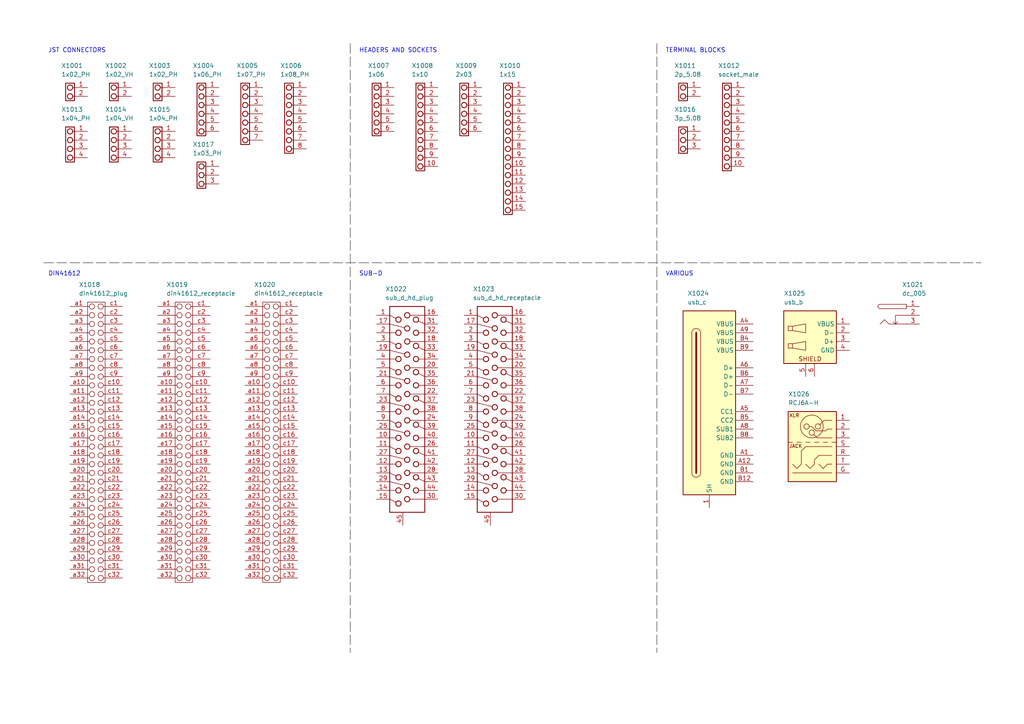
<source format=kicad_sch>
(kicad_sch (version 20250114) (generator "eeschema") (generator_version "9.0")
  (paper "A4")
  (title_block (title "Connectors") (date "2026-01-01") (rev "1") (comment 1 "-") (comment 2 "-"))
  (lib_symbols
    (symbol "lily_symbols:con_dc_jack_dc_005_th"
      (property "Reference" "X" (at -5.08 6.35 0))
      (property "Value" "dc_005" (at -5.08 3.81 0))
      (symbol "con_dc_jack_dc_005_th_1_1"
        (pin passive line (at 0 0 180) (length 3.81) (name "") (number "1"))
        (pin passive line (at 0 -2.54 180) (length 3.81) (name "") (number "2"))
        (pin passive line (at 0 -5.08 180) (length 3.81) (name "") (number "3"))
      )
    )
    (symbol "lily_symbols:con_din41612_plug_64p_a+c_right_angle_th"
      (property "Reference" "X" (at 2.54 6.35 0))
      (property "Value" "din41612_plug" (at 2.54 3.81 0))
      (symbol "con_din41612_plug_64p_a+c_right_angle_th_1_1"
        (pin passive line (at 0 0 0) (length 5.08) (name "") (number "a1"))
        (pin passive line (at 0 -2.54 0) (length 5.08) (name "") (number "a2"))
        (pin passive line (at 0 -5.08 0) (length 5.08) (name "") (number "a3"))
        (pin passive line (at 0 -7.62 0) (length 5.08) (name "") (number "a4"))
        (pin passive line (at 0 -10.16 0) (length 5.08) (name "") (number "a5"))
        (pin passive line (at 0 -12.7 0) (length 5.08) (name "") (number "a6"))
        (pin passive line (at 0 -15.24 0) (length 5.08) (name "") (number "a7"))
        (pin passive line (at 0 -17.78 0) (length 5.08) (name "") (number "a8"))
        (pin passive line (at 0 -20.32 0) (length 5.08) (name "") (number "a9"))
        (pin passive line (at 0 -22.86 0) (length 5.08) (name "") (number "a10"))
        (pin passive line (at 0 -25.4 0) (length 5.08) (name "") (number "a11"))
        (pin passive line (at 0 -27.94 0) (length 5.08) (name "") (number "a12"))
        (pin passive line (at 0 -30.48 0) (length 5.08) (name "") (number "a13"))
        (pin passive line (at 0 -33.02 0) (length 5.08) (name "") (number "a14"))
        (pin passive line (at 0 -35.56 0) (length 5.08) (name "") (number "a15"))
        (pin passive line (at 0 -38.1 0) (length 5.08) (name "") (number "a16"))
        (pin passive line (at 0 -40.64 0) (length 5.08) (name "") (number "a17"))
        (pin passive line (at 0 -43.18 0) (length 5.08) (name "") (number "a18"))
        (pin passive line (at 0 -45.72 0) (length 5.08) (name "") (number "a19"))
        (pin passive line (at 0 -48.26 0) (length 5.08) (name "") (number "a20"))
        (pin passive line (at 0 -50.8 0) (length 5.08) (name "") (number "a21"))
        (pin passive line (at 0 -53.34 0) (length 5.08) (name "") (number "a22"))
        (pin passive line (at 0 -55.88 0) (length 5.08) (name "") (number "a23"))
        (pin passive line (at 0 -58.42 0) (length 5.08) (name "") (number "a24"))
        (pin passive line (at 0 -60.96 0) (length 5.08) (name "") (number "a25"))
        (pin passive line (at 0 -63.5 0) (length 5.08) (name "") (number "a26"))
        (pin passive line (at 0 -66.04 0) (length 5.08) (name "") (number "a27"))
        (pin passive line (at 0 -68.58 0) (length 5.08) (name "") (number "a28"))
        (pin passive line (at 0 -71.12 0) (length 5.08) (name "") (number "a29"))
        (pin passive line (at 0 -73.66 0) (length 5.08) (name "") (number "a30"))
        (pin passive line (at 0 -76.2 0) (length 5.08) (name "") (number "a31"))
        (pin passive line (at 0 -78.74 0) (length 5.08) (name "") (number "a32"))
        (pin passive line (at 15.24 0 180) (length 5.08) (name "") (number "c1"))
        (pin passive line (at 15.24 -2.54 180) (length 5.08) (name "") (number "c2"))
        (pin passive line (at 15.24 -5.08 180) (length 5.08) (name "") (number "c3"))
        (pin passive line (at 15.24 -7.62 180) (length 5.08) (name "") (number "c4"))
        (pin passive line (at 15.24 -10.16 180) (length 5.08) (name "") (number "c5"))
        (pin passive line (at 15.24 -12.7 180) (length 5.08) (name "") (number "c6"))
        (pin passive line (at 15.24 -15.24 180) (length 5.08) (name "") (number "c7"))
        (pin passive line (at 15.24 -17.78 180) (length 5.08) (name "") (number "c8"))
        (pin passive line (at 15.24 -20.32 180) (length 5.08) (name "") (number "c9"))
        (pin passive line (at 15.24 -22.86 180) (length 5.08) (name "") (number "c10"))
        (pin passive line (at 15.24 -25.4 180) (length 5.08) (name "") (number "c11"))
        (pin passive line (at 15.24 -27.94 180) (length 5.08) (name "") (number "c12"))
        (pin passive line (at 15.24 -30.48 180) (length 5.08) (name "") (number "c13"))
        (pin passive line (at 15.24 -33.02 180) (length 5.08) (name "") (number "c14"))
        (pin passive line (at 15.24 -35.56 180) (length 5.08) (name "") (number "c15"))
        (pin passive line (at 15.24 -38.1 180) (length 5.08) (name "") (number "c16"))
        (pin passive line (at 15.24 -40.64 180) (length 5.08) (name "") (number "c17"))
        (pin passive line (at 15.24 -43.18 180) (length 5.08) (name "") (number "c18"))
        (pin passive line (at 15.24 -45.72 180) (length 5.08) (name "") (number "c19"))
        (pin passive line (at 15.24 -48.26 180) (length 5.08) (name "") (number "c20"))
        (pin passive line (at 15.24 -50.8 180) (length 5.08) (name "") (number "c21"))
        (pin passive line (at 15.24 -53.34 180) (length 5.08) (name "") (number "c22"))
        (pin passive line (at 15.24 -55.88 180) (length 5.08) (name "") (number "c23"))
        (pin passive line (at 15.24 -58.42 180) (length 5.08) (name "") (number "c24"))
        (pin passive line (at 15.24 -60.96 180) (length 5.08) (name "") (number "c25"))
        (pin passive line (at 15.24 -63.5 180) (length 5.08) (name "") (number "c26"))
        (pin passive line (at 15.24 -66.04 180) (length 5.08) (name "") (number "c27"))
        (pin passive line (at 15.24 -68.58 180) (length 5.08) (name "") (number "c28"))
        (pin passive line (at 15.24 -71.12 180) (length 5.08) (name "") (number "c29"))
        (pin passive line (at 15.24 -73.66 180) (length 5.08) (name "") (number "c30"))
        (pin passive line (at 15.24 -76.2 180) (length 5.08) (name "") (number "c31"))
        (pin passive line (at 15.24 -78.74 180) (length 5.08) (name "") (number "c32"))
      )
    )
    (symbol "lily_symbols:con_din41612_receptacle_64p_a+c_right_angle_th"
      (property "Reference" "X" (at 2.54 6.35 0))
      (property "Value" "din41612_receptacle" (at 2.54 3.81 0))
      (symbol "con_din41612_receptacle_64p_a+c_right_angle_th_1_1"
        (pin passive line (at 0 0 0) (length 5.08) (name "") (number "a1"))
        (pin passive line (at 0 -2.54 0) (length 5.08) (name "") (number "a2"))
        (pin passive line (at 0 -5.08 0) (length 5.08) (name "") (number "a3"))
        (pin passive line (at 0 -7.62 0) (length 5.08) (name "") (number "a4"))
        (pin passive line (at 0 -10.16 0) (length 5.08) (name "") (number "a5"))
        (pin passive line (at 0 -12.7 0) (length 5.08) (name "") (number "a6"))
        (pin passive line (at 0 -15.24 0) (length 5.08) (name "") (number "a7"))
        (pin passive line (at 0 -17.78 0) (length 5.08) (name "") (number "a8"))
        (pin passive line (at 0 -20.32 0) (length 5.08) (name "") (number "a9"))
        (pin passive line (at 0 -22.86 0) (length 5.08) (name "") (number "a10"))
        (pin passive line (at 0 -25.4 0) (length 5.08) (name "") (number "a11"))
        (pin passive line (at 0 -27.94 0) (length 5.08) (name "") (number "a12"))
        (pin passive line (at 0 -30.48 0) (length 5.08) (name "") (number "a13"))
        (pin passive line (at 0 -33.02 0) (length 5.08) (name "") (number "a14"))
        (pin passive line (at 0 -35.56 0) (length 5.08) (name "") (number "a15"))
        (pin passive line (at 0 -38.1 0) (length 5.08) (name "") (number "a16"))
        (pin passive line (at 0 -40.64 0) (length 5.08) (name "") (number "a17"))
        (pin passive line (at 0 -43.18 0) (length 5.08) (name "") (number "a18"))
        (pin passive line (at 0 -45.72 0) (length 5.08) (name "") (number "a19"))
        (pin passive line (at 0 -48.26 0) (length 5.08) (name "") (number "a20"))
        (pin passive line (at 0 -50.8 0) (length 5.08) (name "") (number "a21"))
        (pin passive line (at 0 -53.34 0) (length 5.08) (name "") (number "a22"))
        (pin passive line (at 0 -55.88 0) (length 5.08) (name "") (number "a23"))
        (pin passive line (at 0 -58.42 0) (length 5.08) (name "") (number "a24"))
        (pin passive line (at 0 -60.96 0) (length 5.08) (name "") (number "a25"))
        (pin passive line (at 0 -63.5 0) (length 5.08) (name "") (number "a26"))
        (pin passive line (at 0 -66.04 0) (length 5.08) (name "") (number "a27"))
        (pin passive line (at 0 -68.58 0) (length 5.08) (name "") (number "a28"))
        (pin passive line (at 0 -71.12 0) (length 5.08) (name "") (number "a29"))
        (pin passive line (at 0 -73.66 0) (length 5.08) (name "") (number "a30"))
        (pin passive line (at 0 -76.2 0) (length 5.08) (name "") (number "a31"))
        (pin passive line (at 0 -78.74 0) (length 5.08) (name "") (number "a32"))
        (pin passive line (at 15.24 0 180) (length 5.08) (name "") (number "c1"))
        (pin passive line (at 15.24 -2.54 180) (length 5.08) (name "") (number "c2"))
        (pin passive line (at 15.24 -5.08 180) (length 5.08) (name "") (number "c3"))
        (pin passive line (at 15.24 -7.62 180) (length 5.08) (name "") (number "c4"))
        (pin passive line (at 15.24 -10.16 180) (length 5.08) (name "") (number "c5"))
        (pin passive line (at 15.24 -12.7 180) (length 5.08) (name "") (number "c6"))
        (pin passive line (at 15.24 -15.24 180) (length 5.08) (name "") (number "c7"))
        (pin passive line (at 15.24 -17.78 180) (length 5.08) (name "") (number "c8"))
        (pin passive line (at 15.24 -20.32 180) (length 5.08) (name "") (number "c9"))
        (pin passive line (at 15.24 -22.86 180) (length 5.08) (name "") (number "c10"))
        (pin passive line (at 15.24 -25.4 180) (length 5.08) (name "") (number "c11"))
        (pin passive line (at 15.24 -27.94 180) (length 5.08) (name "") (number "c12"))
        (pin passive line (at 15.24 -30.48 180) (length 5.08) (name "") (number "c13"))
        (pin passive line (at 15.24 -33.02 180) (length 5.08) (name "") (number "c14"))
        (pin passive line (at 15.24 -35.56 180) (length 5.08) (name "") (number "c15"))
        (pin passive line (at 15.24 -38.1 180) (length 5.08) (name "") (number "c16"))
        (pin passive line (at 15.24 -40.64 180) (length 5.08) (name "") (number "c17"))
        (pin passive line (at 15.24 -43.18 180) (length 5.08) (name "") (number "c18"))
        (pin passive line (at 15.24 -45.72 180) (length 5.08) (name "") (number "c19"))
        (pin passive line (at 15.24 -48.26 180) (length 5.08) (name "") (number "c20"))
        (pin passive line (at 15.24 -50.8 180) (length 5.08) (name "") (number "c21"))
        (pin passive line (at 15.24 -53.34 180) (length 5.08) (name "") (number "c22"))
        (pin passive line (at 15.24 -55.88 180) (length 5.08) (name "") (number "c23"))
        (pin passive line (at 15.24 -58.42 180) (length 5.08) (name "") (number "c24"))
        (pin passive line (at 15.24 -60.96 180) (length 5.08) (name "") (number "c25"))
        (pin passive line (at 15.24 -63.5 180) (length 5.08) (name "") (number "c26"))
        (pin passive line (at 15.24 -66.04 180) (length 5.08) (name "") (number "c27"))
        (pin passive line (at 15.24 -68.58 180) (length 5.08) (name "") (number "c28"))
        (pin passive line (at 15.24 -71.12 180) (length 5.08) (name "") (number "c29"))
        (pin passive line (at 15.24 -73.66 180) (length 5.08) (name "") (number "c30"))
        (pin passive line (at 15.24 -76.2 180) (length 5.08) (name "") (number "c31"))
        (pin passive line (at 15.24 -78.74 180) (length 5.08) (name "") (number "c32"))
      )
    )
    (symbol "lily_symbols:con_din41612_receptacle_64p_a+c_straight_th"
      (property "Reference" "X" (at 2.54 6.35 0))
      (property "Value" "din41612_receptacle" (at 2.54 3.81 0))
      (symbol "con_din41612_receptacle_64p_a+c_straight_th_1_1"
        (pin passive line (at 0 0 0) (length 5.08) (name "") (number "a1"))
        (pin passive line (at 0 -2.54 0) (length 5.08) (name "") (number "a2"))
        (pin passive line (at 0 -5.08 0) (length 5.08) (name "") (number "a3"))
        (pin passive line (at 0 -7.62 0) (length 5.08) (name "") (number "a4"))
        (pin passive line (at 0 -10.16 0) (length 5.08) (name "") (number "a5"))
        (pin passive line (at 0 -12.7 0) (length 5.08) (name "") (number "a6"))
        (pin passive line (at 0 -15.24 0) (length 5.08) (name "") (number "a7"))
        (pin passive line (at 0 -17.78 0) (length 5.08) (name "") (number "a8"))
        (pin passive line (at 0 -20.32 0) (length 5.08) (name "") (number "a9"))
        (pin passive line (at 0 -22.86 0) (length 5.08) (name "") (number "a10"))
        (pin passive line (at 0 -25.4 0) (length 5.08) (name "") (number "a11"))
        (pin passive line (at 0 -27.94 0) (length 5.08) (name "") (number "a12"))
        (pin passive line (at 0 -30.48 0) (length 5.08) (name "") (number "a13"))
        (pin passive line (at 0 -33.02 0) (length 5.08) (name "") (number "a14"))
        (pin passive line (at 0 -35.56 0) (length 5.08) (name "") (number "a15"))
        (pin passive line (at 0 -38.1 0) (length 5.08) (name "") (number "a16"))
        (pin passive line (at 0 -40.64 0) (length 5.08) (name "") (number "a17"))
        (pin passive line (at 0 -43.18 0) (length 5.08) (name "") (number "a18"))
        (pin passive line (at 0 -45.72 0) (length 5.08) (name "") (number "a19"))
        (pin passive line (at 0 -48.26 0) (length 5.08) (name "") (number "a20"))
        (pin passive line (at 0 -50.8 0) (length 5.08) (name "") (number "a21"))
        (pin passive line (at 0 -53.34 0) (length 5.08) (name "") (number "a22"))
        (pin passive line (at 0 -55.88 0) (length 5.08) (name "") (number "a23"))
        (pin passive line (at 0 -58.42 0) (length 5.08) (name "") (number "a24"))
        (pin passive line (at 0 -60.96 0) (length 5.08) (name "") (number "a25"))
        (pin passive line (at 0 -63.5 0) (length 5.08) (name "") (number "a26"))
        (pin passive line (at 0 -66.04 0) (length 5.08) (name "") (number "a27"))
        (pin passive line (at 0 -68.58 0) (length 5.08) (name "") (number "a28"))
        (pin passive line (at 0 -71.12 0) (length 5.08) (name "") (number "a29"))
        (pin passive line (at 0 -73.66 0) (length 5.08) (name "") (number "a30"))
        (pin passive line (at 0 -76.2 0) (length 5.08) (name "") (number "a31"))
        (pin passive line (at 0 -78.74 0) (length 5.08) (name "") (number "a32"))
        (pin passive line (at 15.24 0 180) (length 5.08) (name "") (number "c1"))
        (pin passive line (at 15.24 -2.54 180) (length 5.08) (name "") (number "c2"))
        (pin passive line (at 15.24 -5.08 180) (length 5.08) (name "") (number "c3"))
        (pin passive line (at 15.24 -7.62 180) (length 5.08) (name "") (number "c4"))
        (pin passive line (at 15.24 -10.16 180) (length 5.08) (name "") (number "c5"))
        (pin passive line (at 15.24 -12.7 180) (length 5.08) (name "") (number "c6"))
        (pin passive line (at 15.24 -15.24 180) (length 5.08) (name "") (number "c7"))
        (pin passive line (at 15.24 -17.78 180) (length 5.08) (name "") (number "c8"))
        (pin passive line (at 15.24 -20.32 180) (length 5.08) (name "") (number "c9"))
        (pin passive line (at 15.24 -22.86 180) (length 5.08) (name "") (number "c10"))
        (pin passive line (at 15.24 -25.4 180) (length 5.08) (name "") (number "c11"))
        (pin passive line (at 15.24 -27.94 180) (length 5.08) (name "") (number "c12"))
        (pin passive line (at 15.24 -30.48 180) (length 5.08) (name "") (number "c13"))
        (pin passive line (at 15.24 -33.02 180) (length 5.08) (name "") (number "c14"))
        (pin passive line (at 15.24 -35.56 180) (length 5.08) (name "") (number "c15"))
        (pin passive line (at 15.24 -38.1 180) (length 5.08) (name "") (number "c16"))
        (pin passive line (at 15.24 -40.64 180) (length 5.08) (name "") (number "c17"))
        (pin passive line (at 15.24 -43.18 180) (length 5.08) (name "") (number "c18"))
        (pin passive line (at 15.24 -45.72 180) (length 5.08) (name "") (number "c19"))
        (pin passive line (at 15.24 -48.26 180) (length 5.08) (name "") (number "c20"))
        (pin passive line (at 15.24 -50.8 180) (length 5.08) (name "") (number "c21"))
        (pin passive line (at 15.24 -53.34 180) (length 5.08) (name "") (number "c22"))
        (pin passive line (at 15.24 -55.88 180) (length 5.08) (name "") (number "c23"))
        (pin passive line (at 15.24 -58.42 180) (length 5.08) (name "") (number "c24"))
        (pin passive line (at 15.24 -60.96 180) (length 5.08) (name "") (number "c25"))
        (pin passive line (at 15.24 -63.5 180) (length 5.08) (name "") (number "c26"))
        (pin passive line (at 15.24 -66.04 180) (length 5.08) (name "") (number "c27"))
        (pin passive line (at 15.24 -68.58 180) (length 5.08) (name "") (number "c28"))
        (pin passive line (at 15.24 -71.12 180) (length 5.08) (name "") (number "c29"))
        (pin passive line (at 15.24 -73.66 180) (length 5.08) (name "") (number "c30"))
        (pin passive line (at 15.24 -76.2 180) (length 5.08) (name "") (number "c31"))
        (pin passive line (at 15.24 -78.74 180) (length 5.08) (name "") (number "c32"))
      )
    )
    (symbol "lily_symbols:con_header_1x06_2.54mm_th" (pin_names (offset 1.016) (hide yes))
      (property "Reference" "X" (at -7.62 6.35 0))
      (property "Value" "1x06" (at -7.62 3.81 0))
      (symbol "con_header_1x06_2.54mm_th_1_1"
        (pin passive line (at 0 0 180) (length 3.81) (name "~") (number "1"))
        (pin passive line (at 0 -2.54 180) (length 3.81) (name "~") (number "2"))
        (pin passive line (at 0 -5.08 180) (length 3.81) (name "~") (number "3"))
        (pin passive line (at 0 -7.62 180) (length 3.81) (name "~") (number "4"))
        (pin passive line (at 0 -10.16 180) (length 3.81) (name "~") (number "5"))
        (pin passive line (at 0 -12.7 180) (length 3.81) (name "~") (number "6"))
      )
    )
    (symbol "lily_symbols:con_header_1x10_2.54mm_th" (pin_names (offset 1.016) (hide yes))
      (property "Reference" "X" (at -7.62 6.35 0))
      (property "Value" "1x10" (at -7.62 3.81 0))
      (symbol "con_header_1x10_2.54mm_th_1_1"
        (pin passive line (at 0 0 180) (length 3.81) (name "~") (number "1"))
        (pin passive line (at 0 -2.54 180) (length 3.81) (name "~") (number "2"))
        (pin passive line (at 0 -5.08 180) (length 3.81) (name "~") (number "3"))
        (pin passive line (at 0 -7.62 180) (length 3.81) (name "~") (number "4"))
        (pin passive line (at 0 -10.16 180) (length 3.81) (name "~") (number "5"))
        (pin passive line (at 0 -12.7 180) (length 3.81) (name "~") (number "6"))
        (pin passive line (at 0 -15.24 180) (length 3.81) (name "~") (number "7"))
        (pin passive line (at 0 -17.78 180) (length 3.81) (name "~") (number "8"))
        (pin passive line (at 0 -20.32 180) (length 3.81) (name "~") (number "9"))
        (pin passive line (at 0 -22.86 180) (length 3.81) (name "~") (number "10"))
      )
    )
    (symbol "lily_symbols:con_header_2x03_2.54mm_th" (pin_names (offset 1.016) (hide yes))
      (property "Reference" "X" (at -7.62 6.35 0))
      (property "Value" "2x03" (at -7.62 3.81 0))
      (symbol "con_header_2x03_2.54mm_th_1_1"
        (pin passive line (at 0 0 180) (length 3.81) (name "~") (number "1"))
        (pin passive line (at 0 -2.54 180) (length 3.81) (name "~") (number "2"))
        (pin passive line (at 0 -5.08 180) (length 3.81) (name "~") (number "3"))
        (pin passive line (at 0 -7.62 180) (length 3.81) (name "~") (number "4"))
        (pin passive line (at 0 -10.16 180) (length 3.81) (name "~") (number "5"))
        (pin passive line (at 0 -12.7 180) (length 3.81) (name "~") (number "6"))
      )
    )
    (symbol "lily_symbols:con_jst_1x02_PH_2.00mm_right_angle_th" (pin_names (offset 1.016) (hide yes))
      (property "Reference" "X" (at -7.62 6.35 0))
      (property "Value" "1x02_PH" (at -7.62 3.81 0))
      (symbol "con_jst_1x02_PH_2.00mm_right_angle_th_1_1"
        (pin passive line (at 0 0 180) (length 3.81) (name "~") (number "1"))
        (pin passive line (at 0 -2.54 180) (length 3.81) (name "~") (number "2"))
      )
    )
    (symbol "lily_symbols:con_jst_1x02_PH_2.00mm_straight_smd" (pin_names (offset 1.016) (hide yes))
      (property "Reference" "X" (at -7.62 6.35 0))
      (property "Value" "1x02_PH" (at -7.62 3.81 0))
      (symbol "con_jst_1x02_PH_2.00mm_straight_smd_1_1"
        (pin passive line (at 0 0 180) (length 3.81) (name "~") (number "1"))
        (pin passive line (at 0 -2.54 180) (length 3.81) (name "~") (number "2"))
      )
    )
    (symbol "lily_symbols:con_jst_1x02_VH_3.96mm_right_angle_th" (pin_names (offset 1.016) (hide yes))
      (property "Reference" "X" (at -7.62 6.35 0))
      (property "Value" "1x02_VH" (at -7.62 3.81 0))
      (symbol "con_jst_1x02_VH_3.96mm_right_angle_th_1_1"
        (pin passive line (at 0 0 180) (length 3.81) (name "~") (number "1"))
        (pin passive line (at 0 -2.54 180) (length 3.81) (name "~") (number "2"))
      )
    )
    (symbol "lily_symbols:con_jst_1x03_PH_2.00mm_straight_smd" (pin_names (offset 1.016) (hide yes))
      (property "Reference" "X" (at -7.62 6.35 0))
      (property "Value" "1x03_PH" (at -7.62 3.81 0))
      (symbol "con_jst_1x03_PH_2.00mm_straight_smd_1_1"
        (pin passive line (at 0 0 180) (length 3.81) (name "~") (number "1"))
        (pin passive line (at 0 -2.54 180) (length 3.81) (name "~") (number "2"))
        (pin passive line (at 0 -5.08 180) (length 3.81) (name "~") (number "3"))
      )
    )
    (symbol "lily_symbols:con_jst_1x04_PH_2.00mm_right_angle_th" (pin_names (offset 1.016) (hide yes))
      (property "Reference" "X" (at -7.62 6.35 0))
      (property "Value" "1x04_PH" (at -7.62 3.81 0))
      (symbol "con_jst_1x04_PH_2.00mm_right_angle_th_1_1"
        (pin passive line (at 0 0 180) (length 3.81) (name "~") (number "1"))
        (pin passive line (at 0 -2.54 180) (length 3.81) (name "~") (number "2"))
        (pin passive line (at 0 -5.08 180) (length 3.81) (name "~") (number "3"))
        (pin passive line (at 0 -7.62 180) (length 3.81) (name "~") (number "4"))
      )
    )
    (symbol "lily_symbols:con_jst_1x04_PH_2.00mm_straight_smd" (pin_names (offset 1.016) (hide yes))
      (property "Reference" "X" (at -7.62 6.35 0))
      (property "Value" "1x04_PH" (at -7.62 3.81 0))
      (symbol "con_jst_1x04_PH_2.00mm_straight_smd_1_1"
        (pin passive line (at 0 0 180) (length 3.81) (name "~") (number "1"))
        (pin passive line (at 0 -2.54 180) (length 3.81) (name "~") (number "2"))
        (pin passive line (at 0 -5.08 180) (length 3.81) (name "~") (number "3"))
        (pin passive line (at 0 -7.62 180) (length 3.81) (name "~") (number "4"))
      )
    )
    (symbol "lily_symbols:con_jst_1x04_VH_3.96mm_right_angle_th" (pin_names (offset 1.016) (hide yes))
      (property "Reference" "X" (at -7.62 6.35 0))
      (property "Value" "1x04_VH" (at -7.62 3.81 0))
      (symbol "con_jst_1x04_VH_3.96mm_right_angle_th_1_1"
        (pin passive line (at 0 0 180) (length 3.81) (name "~") (number "1"))
        (pin passive line (at 0 -2.54 180) (length 3.81) (name "~") (number "2"))
        (pin passive line (at 0 -5.08 180) (length 3.81) (name "~") (number "3"))
        (pin passive line (at 0 -7.62 180) (length 3.81) (name "~") (number "4"))
      )
    )
    (symbol "lily_symbols:con_jst_1x06_PH_2.00mm_straight_smd" (pin_names (offset 1.016) (hide yes))
      (property "Reference" "X" (at -7.62 6.35 0))
      (property "Value" "1x06_PH" (at -7.62 3.81 0))
      (symbol "con_jst_1x06_PH_2.00mm_straight_smd_1_1"
        (pin passive line (at 0 0 180) (length 3.81) (name "~") (number "1"))
        (pin passive line (at 0 -2.54 180) (length 3.81) (name "~") (number "2"))
        (pin passive line (at 0 -5.08 180) (length 3.81) (name "~") (number "3"))
        (pin passive line (at 0 -7.62 180) (length 3.81) (name "~") (number "4"))
        (pin passive line (at 0 -10.16 180) (length 3.81) (name "~") (number "5"))
        (pin passive line (at 0 -12.7 180) (length 3.81) (name "~") (number "6"))
      )
    )
    (symbol "lily_symbols:con_jst_1x07_PH_2.00mm_straight_smd" (pin_names (offset 1.016) (hide yes))
      (property "Reference" "X" (at -7.62 6.35 0))
      (property "Value" "1x07_PH" (at -7.62 3.81 0))
      (symbol "con_jst_1x07_PH_2.00mm_straight_smd_1_1"
        (pin passive line (at 0 0 180) (length 3.81) (name "~") (number "1"))
        (pin passive line (at 0 -2.54 180) (length 3.81) (name "~") (number "2"))
        (pin passive line (at 0 -5.08 180) (length 3.81) (name "~") (number "3"))
        (pin passive line (at 0 -7.62 180) (length 3.81) (name "~") (number "4"))
        (pin passive line (at 0 -10.16 180) (length 3.81) (name "~") (number "5"))
        (pin passive line (at 0 -12.7 180) (length 3.81) (name "~") (number "6"))
        (pin passive line (at 0 -15.24 180) (length 3.81) (name "~") (number "7"))
      )
    )
    (symbol "lily_symbols:con_jst_1x08_PH_2.00mm_straight_smd" (pin_names (offset 1.016) (hide yes))
      (property "Reference" "X" (at -7.62 6.35 0))
      (property "Value" "1x08_PH" (at -7.62 3.81 0))
      (symbol "con_jst_1x08_PH_2.00mm_straight_smd_1_1"
        (pin passive line (at 0 0 180) (length 3.81) (name "~") (number "1"))
        (pin passive line (at 0 -2.54 180) (length 3.81) (name "~") (number "2"))
        (pin passive line (at 0 -5.08 180) (length 3.81) (name "~") (number "3"))
        (pin passive line (at 0 -7.62 180) (length 3.81) (name "~") (number "4"))
        (pin passive line (at 0 -10.16 180) (length 3.81) (name "~") (number "5"))
        (pin passive line (at 0 -12.7 180) (length 3.81) (name "~") (number "6"))
        (pin passive line (at 0 -15.24 180) (length 3.81) (name "~") (number "7"))
        (pin passive line (at 0 -17.78 180) (length 3.81) (name "~") (number "8"))
      )
    )
    (symbol "lily_symbols:con_socket_1x15_2.54mm_straight_th" (pin_names (offset 1.016) (hide yes))
      (property "Reference" "X" (at -7.62 6.35 0))
      (property "Value" "1x15" (at -7.62 3.81 0))
      (symbol "con_socket_1x15_2.54mm_straight_th_1_1"
        (pin passive line (at 0 0 180) (length 3.81) (name "~") (number "1"))
        (pin passive line (at 0 -2.54 180) (length 3.81) (name "~") (number "2"))
        (pin passive line (at 0 -5.08 180) (length 3.81) (name "~") (number "3"))
        (pin passive line (at 0 -7.62 180) (length 3.81) (name "~") (number "4"))
        (pin passive line (at 0 -10.16 180) (length 3.81) (name "~") (number "5"))
        (pin passive line (at 0 -12.7 180) (length 3.81) (name "~") (number "6"))
        (pin passive line (at 0 -15.24 180) (length 3.81) (name "~") (number "7"))
        (pin passive line (at 0 -17.78 180) (length 3.81) (name "~") (number "8"))
        (pin passive line (at 0 -20.32 180) (length 3.81) (name "~") (number "9"))
        (pin passive line (at 0 -22.86 180) (length 3.81) (name "~") (number "10"))
        (pin passive line (at 0 -25.4 180) (length 3.81) (name "~") (number "11"))
        (pin passive line (at 0 -27.94 180) (length 3.81) (name "~") (number "12"))
        (pin passive line (at 0 -30.48 180) (length 3.81) (name "~") (number "13"))
        (pin passive line (at 0 -33.02 180) (length 3.81) (name "~") (number "14"))
        (pin passive line (at 0 -35.56 180) (length 3.81) (name "~") (number "15"))
      )
    )
    (symbol "lily_symbols:con_sub_d_hd_plug_44p_th" (pin_names (offset 1.016) (hide yes))
      (property "Reference" "X" (at 2.54 7.62 0))
      (property "Value" "sub_d_hd_plug" (at 2.54 5.08 0))
      (symbol "con_sub_d_hd_plug_44p_th_1_1"
        (pin passive line (at 0 0 0) (length 3.81) (name "~") (number "1"))
        (pin passive line (at 0 -2.54 0) (length 3.81) (name "~") (number "17"))
        (pin passive line (at 0 -5.08 0) (length 3.81) (name "~") (number "2"))
        (pin passive line (at 0 -7.62 0) (length 3.81) (name "~") (number "3"))
        (pin passive line (at 0 -10.16 0) (length 3.81) (name "~") (number "19"))
        (pin passive line (at 0 -12.7 0) (length 3.81) (name "~") (number "4"))
        (pin passive line (at 0 -15.24 0) (length 3.81) (name "~") (number "5"))
        (pin passive line (at 0 -17.78 0) (length 3.81) (name "~") (number "21"))
        (pin passive line (at 0 -20.32 0) (length 3.81) (name "~") (number "6"))
        (pin passive line (at 0 -22.86 0) (length 3.81) (name "~") (number "7"))
        (pin passive line (at 0 -25.4 0) (length 3.81) (name "~") (number "23"))
        (pin passive line (at 0 -27.94 0) (length 3.81) (name "~") (number "8"))
        (pin passive line (at 0 -30.48 0) (length 3.81) (name "~") (number "9"))
        (pin passive line (at 0 -33.02 0) (length 3.81) (name "~") (number "25"))
        (pin passive line (at 0 -35.56 0) (length 3.81) (name "~") (number "10"))
        (pin passive line (at 0 -38.1 0) (length 3.81) (name "~") (number "11"))
        (pin passive line (at 0 -40.64 0) (length 3.81) (name "~") (number "27"))
        (pin passive line (at 0 -43.18 0) (length 3.81) (name "~") (number "12"))
        (pin passive line (at 0 -45.72 0) (length 3.81) (name "~") (number "13"))
        (pin passive line (at 0 -48.26 0) (length 3.81) (name "~") (number "29"))
        (pin passive line (at 0 -50.8 0) (length 3.81) (name "~") (number "14"))
        (pin passive line (at 0 -53.34 0) (length 3.81) (name "") (number "15"))
        (pin passive line (at 7.62 -60.96 90) (length 3.81) (name "~") (number "45"))
        (pin passive line (at 17.78 0 180) (length 3.81) (name "~") (number "16"))
        (pin passive line (at 17.78 -2.54 180) (length 3.81) (name "~") (number "31"))
        (pin passive line (at 17.78 -5.08 180) (length 3.81) (name "~") (number "32"))
        (pin passive line (at 17.78 -7.62 180) (length 3.81) (name "~") (number "18"))
        (pin passive line (at 17.78 -10.16 180) (length 3.81) (name "~") (number "33"))
        (pin passive line (at 17.78 -12.7 180) (length 3.81) (name "~") (number "34"))
        (pin passive line (at 17.78 -15.24 180) (length 3.81) (name "~") (number "20"))
        (pin passive line (at 17.78 -17.78 180) (length 3.81) (name "~") (number "35"))
        (pin passive line (at 17.78 -20.32 180) (length 3.81) (name "") (number "36"))
        (pin passive line (at 17.78 -22.86 180) (length 3.81) (name "~") (number "22"))
        (pin passive line (at 17.78 -25.4 180) (length 3.81) (name "~") (number "37"))
        (pin passive line (at 17.78 -27.94 180) (length 3.81) (name "~") (number "38"))
        (pin passive line (at 17.78 -30.48 180) (length 3.81) (name "~") (number "24"))
        (pin passive line (at 17.78 -33.02 180) (length 3.81) (name "~") (number "39"))
        (pin passive line (at 17.78 -35.56 180) (length 3.81) (name "~") (number "40"))
        (pin passive line (at 17.78 -38.1 180) (length 3.81) (name "") (number "26"))
        (pin passive line (at 17.78 -40.64 180) (length 3.81) (name "~") (number "41"))
        (pin passive line (at 17.78 -43.18 180) (length 3.81) (name "~") (number "42"))
        (pin passive line (at 17.78 -45.72 180) (length 3.81) (name "~") (number "28"))
        (pin passive line (at 17.78 -48.26 180) (length 3.81) (name "~") (number "43"))
        (pin passive line (at 17.78 -50.8 180) (length 3.81) (name "~") (number "44"))
        (pin passive line (at 17.78 -53.34 180) (length 3.81) (name "~") (number "30"))
      )
    )
    (symbol "lily_symbols:con_sub_d_hd_receptacle_44p_th" (pin_names (offset 1.016) (hide yes))
      (property "Reference" "X" (at 2.54 7.62 0))
      (property "Value" "sub_d_hd_receptacle" (at 2.54 5.08 0))
      (symbol "con_sub_d_hd_receptacle_44p_th_1_1"
        (pin passive line (at 0 0 0) (length 3.81) (name "~") (number "1"))
        (pin passive line (at 0 -2.54 0) (length 3.81) (name "~") (number "17"))
        (pin passive line (at 0 -5.08 0) (length 3.81) (name "~") (number "2"))
        (pin passive line (at 0 -7.62 0) (length 3.81) (name "~") (number "3"))
        (pin passive line (at 0 -10.16 0) (length 3.81) (name "~") (number "19"))
        (pin passive line (at 0 -12.7 0) (length 3.81) (name "~") (number "4"))
        (pin passive line (at 0 -15.24 0) (length 3.81) (name "~") (number "5"))
        (pin passive line (at 0 -17.78 0) (length 3.81) (name "~") (number "21"))
        (pin passive line (at 0 -20.32 0) (length 3.81) (name "~") (number "6"))
        (pin passive line (at 0 -22.86 0) (length 3.81) (name "~") (number "7"))
        (pin passive line (at 0 -25.4 0) (length 3.81) (name "~") (number "23"))
        (pin passive line (at 0 -27.94 0) (length 3.81) (name "~") (number "8"))
        (pin passive line (at 0 -30.48 0) (length 3.81) (name "~") (number "9"))
        (pin passive line (at 0 -33.02 0) (length 3.81) (name "~") (number "25"))
        (pin passive line (at 0 -35.56 0) (length 3.81) (name "~") (number "10"))
        (pin passive line (at 0 -38.1 0) (length 3.81) (name "~") (number "11"))
        (pin passive line (at 0 -40.64 0) (length 3.81) (name "~") (number "27"))
        (pin passive line (at 0 -43.18 0) (length 3.81) (name "~") (number "12"))
        (pin passive line (at 0 -45.72 0) (length 3.81) (name "~") (number "13"))
        (pin passive line (at 0 -48.26 0) (length 3.81) (name "~") (number "29"))
        (pin passive line (at 0 -50.8 0) (length 3.81) (name "~") (number "14"))
        (pin passive line (at 0 -53.34 0) (length 3.81) (name "") (number "15"))
        (pin passive line (at 7.62 -60.96 90) (length 3.81) (name "~") (number "45"))
        (pin passive line (at 17.78 0 180) (length 3.81) (name "~") (number "16"))
        (pin passive line (at 17.78 -2.54 180) (length 3.81) (name "~") (number "31"))
        (pin passive line (at 17.78 -5.08 180) (length 3.81) (name "~") (number "32"))
        (pin passive line (at 17.78 -7.62 180) (length 3.81) (name "~") (number "18"))
        (pin passive line (at 17.78 -10.16 180) (length 3.81) (name "~") (number "33"))
        (pin passive line (at 17.78 -12.7 180) (length 3.81) (name "~") (number "34"))
        (pin passive line (at 17.78 -15.24 180) (length 3.81) (name "~") (number "20"))
        (pin passive line (at 17.78 -17.78 180) (length 3.81) (name "~") (number "35"))
        (pin passive line (at 17.78 -20.32 180) (length 3.81) (name "") (number "36"))
        (pin passive line (at 17.78 -22.86 180) (length 3.81) (name "~") (number "22"))
        (pin passive line (at 17.78 -25.4 180) (length 3.81) (name "~") (number "37"))
        (pin passive line (at 17.78 -27.94 180) (length 3.81) (name "~") (number "38"))
        (pin passive line (at 17.78 -30.48 180) (length 3.81) (name "~") (number "24"))
        (pin passive line (at 17.78 -33.02 180) (length 3.81) (name "~") (number "39"))
        (pin passive line (at 17.78 -35.56 180) (length 3.81) (name "~") (number "40"))
        (pin passive line (at 17.78 -38.1 180) (length 3.81) (name "") (number "26"))
        (pin passive line (at 17.78 -40.64 180) (length 3.81) (name "~") (number "41"))
        (pin passive line (at 17.78 -43.18 180) (length 3.81) (name "~") (number "42"))
        (pin passive line (at 17.78 -45.72 180) (length 3.81) (name "~") (number "28"))
        (pin passive line (at 17.78 -48.26 180) (length 3.81) (name "~") (number "43"))
        (pin passive line (at 17.78 -50.8 180) (length 3.81) (name "~") (number "44"))
        (pin passive line (at 17.78 -53.34 180) (length 3.81) (name "~") (number "30"))
      )
    )
    (symbol "lily_symbols:con_terminal_block_2p_5.08_th" (pin_names (offset 1.016) (hide yes))
      (property "Reference" "X" (at -7.62 6.35 0))
      (property "Value" "2p_5.08" (at -7.62 3.81 0))
      (symbol "con_terminal_block_2p_5.08_th_1_1"
        (pin passive line (at 0 0 180) (length 3.81) (name "~") (number "1"))
        (pin passive line (at 0 -2.54 180) (length 3.81) (name "~") (number "2"))
      )
    )
    (symbol "lily_symbols:con_terminal_block_3p_5.08_th" (pin_names (offset 1.016) (hide yes))
      (property "Reference" "X" (at -7.62 6.35 0))
      (property "Value" "3p_5.08" (at -7.62 3.81 0))
      (symbol "con_terminal_block_3p_5.08_th_1_1"
        (pin passive line (at 0 0 180) (length 3.81) (name "~") (number "1"))
        (pin passive line (at 0 -2.54 180) (length 3.81) (name "~") (number "2"))
        (pin passive line (at 0 -5.08 180) (length 3.81) (name "~") (number "3"))
      )
    )
    (symbol "lily_symbols:con_terminal_socket_male_10p_3.81mm_right_angle_th" (pin_names (offset 1.016) (hide yes))
      (property "Reference" "X" (at -7.62 6.35 0))
      (property "Value" "socket_male" (at -7.62 3.81 0))
      (symbol "con_terminal_socket_male_10p_3.81mm_right_angle_th_1_1"
        (pin passive line (at 0 0 180) (length 3.81) (name "~") (number "1"))
        (pin passive line (at 0 -2.54 180) (length 3.81) (name "~") (number "2"))
        (pin passive line (at 0 -5.08 180) (length 3.81) (name "~") (number "3"))
        (pin passive line (at 0 -7.62 180) (length 3.81) (name "~") (number "4"))
        (pin passive line (at 0 -10.16 180) (length 3.81) (name "~") (number "5"))
        (pin passive line (at 0 -12.7 180) (length 3.81) (name "~") (number "6"))
        (pin passive line (at 0 -15.24 180) (length 3.81) (name "~") (number "7"))
        (pin passive line (at 0 -17.78 180) (length 3.81) (name "~") (number "8"))
        (pin passive line (at 0 -20.32 180) (length 3.81) (name "~") (number "9"))
        (pin passive line (at 0 -22.86 180) (length 3.81) (name "~") (number "10"))
      )
    )
    (symbol "lily_symbols:con_usb_b_receptacle_th"
      (property "Reference" "X" (at -19.05 8.89 0))
      (property "Value" "usb_b" (at -19.05 6.35 0))
      (symbol "con_usb_b_receptacle_th_0_0"
        (text "SHIELD" (at -11.43 -10.16 0) (effects (font (size 1.27 1.27))))
      )
      (symbol "con_usb_b_receptacle_th_1_1"
        (pin passive line (at -12.7 -15.24 90) (length 3.81) (name "") (number "5"))
        (pin passive line (at -10.16 -15.24 90) (length 3.81) (name "") (number "6"))
        (pin power_out line (at 0 0 180) (length 3.81) (name "VBUS") (number "1"))
        (pin bidirectional line (at 0 -2.54 180) (length 3.81) (name "D-") (number "2"))
        (pin bidirectional line (at 0 -5.08 180) (length 3.81) (name "D+") (number "3"))
        (pin power_in line (at 0 -7.62 180) (length 3.81) (name "GND") (number "4"))
      )
    )
    (symbol "lily_symbols:con_usb_c_receptacle_16p"
      (property "Reference" "X" (at -19.05 8.89 0))
      (property "Value" "usb_c" (at -19.05 6.35 0))
      (symbol "con_usb_c_receptacle_16p_1_1"
        (pin passive line (at -12.7 -53.34 90) (length 3.81) (name "SH") (number "1"))
        (pin power_out line (at 0 0 180) (length 5.08) (name "VBUS") (number "A4"))
        (pin power_out line (at 0 -2.54 180) (length 5.08) (name "VBUS") (number "A9"))
        (pin power_out line (at 0 -5.08 180) (length 5.08) (name "VBUS") (number "B4"))
        (pin power_out line (at 0 -7.62 180) (length 5.08) (name "VBUS") (number "B9"))
        (pin bidirectional line (at 0 -12.7 180) (length 5.08) (name "D+") (number "A6"))
        (pin bidirectional line (at 0 -15.24 180) (length 5.08) (name "D+") (number "B6"))
        (pin bidirectional line (at 0 -17.78 180) (length 5.08) (name "D-") (number "A7"))
        (pin bidirectional line (at 0 -20.32 180) (length 5.08) (name "D-") (number "B7"))
        (pin bidirectional line (at 0 -25.4 180) (length 5.08) (name "CC1") (number "A5"))
        (pin bidirectional line (at 0 -27.94 180) (length 5.08) (name "CC2") (number "B5"))
        (pin bidirectional line (at 0 -30.48 180) (length 5.08) (name "SUB1") (number "A8"))
        (pin bidirectional line (at 0 -33.02 180) (length 5.08) (name "SUB2") (number "B8"))
        (pin power_in line (at 0 -38.1 180) (length 5.08) (name "GND") (number "A1"))
        (pin power_in line (at 0 -40.64 180) (length 5.08) (name "GND") (number "A12"))
        (pin power_in line (at 0 -43.18 180) (length 5.08) (name "GND") (number "B1"))
        (pin power_in line (at 0 -45.72 180) (length 5.08) (name "GND") (number "B12"))
      )
    )
    (symbol "lily_symbols:con_xlr_jack_7p_RCJ6A-H_th"
      (property "Reference" "X" (at -17.78 7.62 0))
      (property "Value" "RCJ6A-H" (at -17.78 5.08 0))
      (symbol "con_xlr_jack_7p_RCJ6A-H_th_1_1"
        (text "XLR" (at -17.526 2.032 0) (effects (font (size 1.016 1.016)) (justify left top)))
        (text "JACK" (at -17.526 -6.858 0) (effects (font (size 1.016 1.016)) (justify left top)))
        (pin passive line (at 0 0 180) (length 3.81) (name "~") (number "1"))
        (pin passive line (at 0 -2.54 180) (length 3.81) (name "~") (number "2"))
        (pin passive line (at 0 -5.08 180) (length 3.81) (name "~") (number "3"))
        (pin passive line (at 0 -7.62 180) (length 3.81) (name "~") (number "S"))
        (pin passive line (at 0 -10.16 180) (length 3.81) (name "~") (number "R"))
        (pin passive line (at 0 -12.7 180) (length 3.81) (name "~") (number "T"))
        (pin passive line (at 0 -15.24 180) (length 3.81) (name "~") (number "G"))
      )
    )
  )
  (text "TERMINAL BLOCKS" (at 193.04 13.97 0) (effects (font (size 1.27 1.27)) (justify left top)))
  (text "SUB-D" (at 104.14 78.74 0) (effects (font (size 1.27 1.27)) (justify left top)))
  (text "DIN41612" (at 13.97 78.74 0) (effects (font (size 1.27 1.27)) (justify left top)))
  (text "HEADERS AND SOCKETS" (at 104.14 13.97 0) (effects (font (size 1.27 1.27)) (justify left top)))
  (text "VARIOUS" (at 193.04 78.74 0) (effects (font (size 1.27 1.27)) (justify left top)))
  (text "JST CONNECTORS" (at 13.97 13.97 0) (effects (font (size 1.27 1.27)) (justify left top)))
  (polyline (pts (xy 101.6 12.7) (xy 101.6 189.23)) (stroke (width 0.254) (type dash) (color 132 132 132 1)))
  (polyline (pts (xy 190.5 12.7) (xy 190.5 189.23)) (stroke (width 0.254) (type dash) (color 132 132 132 1)))
  (polyline (pts (xy 12.7 76.2) (xy 284.48 76.2)) (stroke (width 0.254) (type dash) (color 132 132 132 1)))
  (symbol (lib_id "lily_symbols:con_terminal_block_3p_5.08_th") (at 203.2 38.1 0) (unit 1)
    (property "Reference" "X1016" (at 195.58 31.75 0) (effects (justify left)))
    (property "Value" "3p_5.08" (at 195.58 34.29 0) (effects (justify left)))
    (property "Footprint" "lily_footprints:con_terminal_block_3p_5.08mm_th" (effects (hide yes)))
    (property "Datasheet" "https://lilytronics.github.io/lily_kicad_lib/datasheets/phoenix_contact/MKDS_3_5.08.pdf" (effects (hide yes)))
    (property "Revision" "1" (effects (hide yes)))
    (property "Status" "Active" (effects (hide yes)))
    (property "Manufacturer" "Phoenix Contact" (effects (hide yes)))
    (property "Manufacturer_ID" "MKDS 3/3-5,08" (effects (hide yes)))
    (property "Lily_ID" "NO_ID" (effects (hide yes)))
    (property "JLCPCB_ID" "NO_ID" (effects (hide yes)))
  )
  (symbol (lib_id "lily_symbols:con_jst_1x03_PH_2.00mm_straight_smd") (at 63.5 48.26 0) (unit 1)
    (property "Reference" "X1017" (at 55.88 41.91 0) (effects (justify left)))
    (property "Value" "1x03_PH" (at 55.88 44.45 0) (effects (justify left)))
    (property "Footprint" "lily_footprints:con_jst_1x03_ph_2.00mm_straight_smd" (effects (hide yes)))
    (property "Datasheet" "https://lilytronics.github.io/lily_kicad_lib/datasheets/jst/PH_series.pdf" (effects (hide yes)))
    (property "Revision" "1" (effects (hide yes)))
    (property "Status" "Active" (effects (hide yes)))
    (property "Manufacturer" "JST" (effects (hide yes)))
    (property "Manufacturer_ID" "B3B-PH-SM4-TB" (effects (hide yes)))
    (property "Lily_ID" "NO_ID" (effects (hide yes)))
    (property "JLCPCB_ID" "NO_ID" (effects (hide yes)))
  )
  (symbol (lib_id "lily_symbols:con_header_1x06_2.54mm_th") (at 114.3 25.4 0) (unit 1)
    (property "Reference" "X1007" (at 106.68 19.05 0) (effects (justify left)))
    (property "Value" "1x06" (at 106.68 21.59 0) (effects (justify left)))
    (property "Footprint" "lily_footprints:con_header_1x06_2.54mm_th" (effects (hide yes)))
    (property "Datasheet" "https://lilytronics.github.io/lily_kicad_lib/datasheets/multicomp/2213S-06G.pdf" (effects (hide yes)))
    (property "Revision" "1" (effects (hide yes)))
    (property "Status" "Active" (effects (hide yes)))
    (property "Manufacturer" "Multicomp" (effects (hide yes)))
    (property "Manufacturer_ID" "2213S-06G" (effects (hide yes)))
    (property "Lily_ID" "NO_ID" (effects (hide yes)))
    (property "JLCPCB_ID" "NO_ID" (effects (hide yes)))
  )
  (symbol (lib_id "lily_symbols:con_jst_1x08_PH_2.00mm_straight_smd") (at 88.9 25.4 0) (unit 1)
    (property "Reference" "X1006" (at 81.28 19.05 0) (effects (justify left)))
    (property "Value" "1x08_PH" (at 81.28 21.59 0) (effects (justify left)))
    (property "Footprint" "lily_footprints:con_jst_1x08_ph_2.00mm_straight_smd" (effects (hide yes)))
    (property "Datasheet" "https://lilytronics.github.io/lily_kicad_lib/datasheets/jst/PH_series.pdf" (effects (hide yes)))
    (property "Revision" "1" (effects (hide yes)))
    (property "Status" "Active" (effects (hide yes)))
    (property "Manufacturer" "JST" (effects (hide yes)))
    (property "Manufacturer_ID" "B8B-PH-SM4-TB" (effects (hide yes)))
    (property "Lily_ID" "NO_ID" (effects (hide yes)))
    (property "JLCPCB_ID" "NO_ID" (effects (hide yes)))
  )
  (symbol (lib_id "lily_symbols:con_jst_1x02_VH_3.96mm_right_angle_th") (at 38.1 25.4 0) (unit 1)
    (property "Reference" "X1002" (at 30.48 19.05 0) (effects (justify left)))
    (property "Value" "1x02_VH" (at 30.48 21.59 0) (effects (justify left)))
    (property "Footprint" "lily_footprints:con_jst_1x02_vh_3.96mm_right_angle_th" (effects (hide yes)))
    (property "Datasheet" "https://lilytronics.github.io/lily_kicad_lib/datasheets/jst/VH_series.pdf" (effects (hide yes)))
    (property "Revision" "1" (effects (hide yes)))
    (property "Status" "Active" (effects (hide yes)))
    (property "Manufacturer" "JST" (effects (hide yes)))
    (property "Manufacturer_ID" "B2PS-VH" (effects (hide yes)))
    (property "Lily_ID" "NO_ID" (effects (hide yes)))
    (property "JLCPCB_ID" "C158007" (effects (hide yes)))
  )
  (symbol (lib_id "lily_symbols:con_socket_1x15_2.54mm_straight_th") (at 152.4 25.4 0) (unit 1)
    (property "Reference" "X1010" (at 144.78 19.05 0) (effects (justify left)))
    (property "Value" "1x15" (at 144.78 21.59 0) (effects (justify left)))
    (property "Footprint" "lily_footprints:con_socket_1x15_2.54mm_straight_th" (effects (hide yes)))
    (property "Datasheet" "https://lilytronics.github.io/lily_kicad_lib/datasheets/econ_connect/BLG1X15.pdf" (effects (hide yes)))
    (property "Revision" "1" (effects (hide yes)))
    (property "Status" "Active" (effects (hide yes)))
    (property "Manufacturer" "Econ Connect" (effects (hide yes)))
    (property "Manufacturer_ID" "BLG1X15" (effects (hide yes)))
    (property "Lily_ID" "NO_ID" (effects (hide yes)))
    (property "JLCPCB_ID" "NO_ID" (effects (hide yes)))
  )
  (symbol (lib_id "lily_symbols:con_jst_1x04_PH_2.00mm_straight_smd") (at 50.8 38.1 0) (unit 1)
    (property "Reference" "X1015" (at 43.18 31.75 0) (effects (justify left)))
    (property "Value" "1x04_PH" (at 43.18 34.29 0) (effects (justify left)))
    (property "Footprint" "lily_footprints:con_jst_1x04_ph_2.00mm_straight_smd" (effects (hide yes)))
    (property "Datasheet" "https://lilytronics.github.io/lily_kicad_lib/datasheets/jst/PH_series.pdf" (effects (hide yes)))
    (property "Revision" "1" (effects (hide yes)))
    (property "Status" "Active" (effects (hide yes)))
    (property "Manufacturer" "JST" (effects (hide yes)))
    (property "Manufacturer_ID" "B4B-PH-SM4-TB" (effects (hide yes)))
    (property "Lily_ID" "NO_ID" (effects (hide yes)))
    (property "JLCPCB_ID" "NO_ID" (effects (hide yes)))
  )
  (symbol (lib_id "lily_symbols:con_din41612_plug_64p_a+c_right_angle_th") (at 20.32 88.9 0) (unit 1)
    (property "Reference" "X1018" (at 22.86 82.55 0) (effects (justify left)))
    (property "Value" "din41612_plug" (at 22.86 85.09 0) (effects (justify left)))
    (property "Footprint" "lily_footprints:con_din41612_plug_64p_a+c_right_angle_th" (effects (hide yes)))
    (property "Datasheet" "https://lilytronics.github.io/lily_kicad_lib/datasheets/amphenol_fci/86094647113755ELF.pdf" (effects (hide yes)))
    (property "Revision" "1" (effects (hide yes)))
    (property "Status" "Active" (effects (hide yes)))
    (property "Manufacturer" "Amphenol FCI" (effects (hide yes)))
    (property "Manufacturer_ID" "86094647113755ELF" (effects (hide yes)))
    (property "Lily_ID" "NO_ID" (effects (hide yes)))
    (property "JLCPCB_ID" "NO_ID" (effects (hide yes)))
  )
  (symbol (lib_id "lily_symbols:con_xlr_jack_7p_RCJ6A-H_th") (at 246.38 121.92 0) (unit 1)
    (property "Reference" "X1026" (at 228.6 114.3 0) (effects (justify left)))
    (property "Value" "RCJ6A-H" (at 228.6 116.84 0) (effects (justify left)))
    (property "Footprint" "lily_footprints:con_xlr_jack_rcj6fa-h_th" (effects (hide yes)))
    (property "Datasheet" "https://lilytronics.github.io/lily_kicad_lib/datasheets/rean/RCJ6FA-H.pdf" (effects (hide yes)))
    (property "Revision" "1" (effects (hide yes)))
    (property "Status" "Active" (effects (hide yes)))
    (property "Manufacturer" "Rean" (effects (hide yes)))
    (property "Manufacturer_ID" "RCJ6FA-H" (effects (hide yes)))
    (property "Lily_ID" "NO_ID" (effects (hide yes)))
    (property "JLCPCB_ID" "NO_ID" (effects (hide yes)))
  )
  (symbol (lib_id "lily_symbols:con_din41612_receptacle_64p_a+c_right_angle_th") (at 45.72 88.9 0) (unit 1)
    (property "Reference" "X1019" (at 48.26 82.55 0) (effects (justify left)))
    (property "Value" "din41612_receptacle" (at 48.26 85.09 0) (effects (justify left)))
    (property "Footprint" "lily_footprints:con_din41612_receptacle_64p_a+c_right_angle_th" (effects (hide yes)))
    (property "Datasheet" "https://lilytronics.github.io/lily_kicad_lib/datasheets/amphenol_fci/86094648813755V1LF.pdf" (effects (hide yes)))
    (property "Revision" "1" (effects (hide yes)))
    (property "Status" "Active" (effects (hide yes)))
    (property "Manufacturer" "Amphenol FCI" (effects (hide yes)))
    (property "Manufacturer_ID" "86094648813755V1LF" (effects (hide yes)))
    (property "Lily_ID" "NO_ID" (effects (hide yes)))
    (property "JLCPCB_ID" "NO_ID" (effects (hide yes)))
  )
  (symbol (lib_id "lily_symbols:con_jst_1x04_PH_2.00mm_right_angle_th") (at 25.4 38.1 0) (unit 1)
    (property "Reference" "X1013" (at 17.78 31.75 0) (effects (justify left)))
    (property "Value" "1x04_PH" (at 17.78 34.29 0) (effects (justify left)))
    (property "Footprint" "lily_footprints:con_jst_1x04_ph_2.00mm_right_angle_th" (effects (hide yes)))
    (property "Datasheet" "https://lilytronics.github.io/lily_kicad_lib/datasheets/jst/PH_series.pdf" (effects (hide yes)))
    (property "Revision" "1" (effects (hide yes)))
    (property "Status" "Active" (effects (hide yes)))
    (property "Manufacturer" "JST" (effects (hide yes)))
    (property "Manufacturer_ID" "S4B-PH-K-S" (effects (hide yes)))
    (property "Lily_ID" "NO_ID" (effects (hide yes)))
    (property "JLCPCB_ID" "C157926" (effects (hide yes)))
  )
  (symbol (lib_id "lily_symbols:con_sub_d_hd_plug_44p_th") (at 109.22 91.44 0) (unit 1)
    (property "Reference" "X1022" (at 111.76 83.82 0) (effects (justify left)))
    (property "Value" "sub_d_hd_plug" (at 111.76 86.36 0) (effects (justify left)))
    (property "Footprint" "lily_footprints:con_sub_d_hd_plug_44p_right_angle_th" (effects (hide yes)))
    (property "Datasheet" "https://lilytronics.github.io/lily_kicad_lib/datasheets/amphenol_cs/dsub_highdensity.pdf" (effects (hide yes)))
    (property "Revision" "1" (effects (hide yes)))
    (property "Status" "Active" (effects (hide yes)))
    (property "Manufacturer" "Amphenol CS" (effects (hide yes)))
    (property "Manufacturer_ID" "L717HDB44PD1CH4F" (effects (hide yes)))
    (property "Lily_ID" "NO_ID" (effects (hide yes)))
    (property "JLCPCB_ID" "NO_ID" (effects (hide yes)))
  )
  (symbol (lib_id "lily_symbols:con_header_1x10_2.54mm_th") (at 127 25.4 0) (unit 1)
    (property "Reference" "X1008" (at 119.38 19.05 0) (effects (justify left)))
    (property "Value" "1x10" (at 119.38 21.59 0) (effects (justify left)))
    (property "Footprint" "lily_footprints:con_header_1x10_2.54mm_th" (effects (hide yes)))
    (property "Datasheet" "https://lilytronics.github.io/lily_kicad_lib/datasheets/multicomp/2211S-10G.pdf" (effects (hide yes)))
    (property "Revision" "1" (effects (hide yes)))
    (property "Status" "Active" (effects (hide yes)))
    (property "Manufacturer" "Multicomp" (effects (hide yes)))
    (property "Manufacturer_ID" "2211S-10G" (effects (hide yes)))
    (property "Lily_ID" "NO_ID" (effects (hide yes)))
    (property "JLCPCB_ID" "NO_ID" (effects (hide yes)))
  )
  (symbol (lib_id "lily_symbols:con_header_2x03_2.54mm_th") (at 139.7 25.4 0) (unit 1)
    (property "Reference" "X1009" (at 132.08 19.05 0) (effects (justify left)))
    (property "Value" "2x03" (at 132.08 21.59 0) (effects (justify left)))
    (property "Footprint" "lily_footprints:con_header_2x03_2.54mm_th" (effects (hide yes)))
    (property "Datasheet" "https://lilytronics.github.io/lily_kicad_lib/datasheets/multicomp/2213S-06G.pdf" (effects (hide yes)))
    (property "Revision" "1" (effects (hide yes)))
    (property "Status" "Active" (effects (hide yes)))
    (property "Manufacturer" "Multicomp" (effects (hide yes)))
    (property "Manufacturer_ID" "2213S-06G" (effects (hide yes)))
    (property "Lily_ID" "NO_ID" (effects (hide yes)))
    (property "JLCPCB_ID" "NO_ID" (effects (hide yes)))
  )
  (symbol (lib_id "lily_symbols:con_sub_d_hd_receptacle_44p_th") (at 134.62 91.44 0) (unit 1)
    (property "Reference" "X1023" (at 137.16 83.82 0) (effects (justify left)))
    (property "Value" "sub_d_hd_receptacle" (at 137.16 86.36 0) (effects (justify left)))
    (property "Footprint" "lily_footprints:con_sub_d_hd_receptacle_44p_right_angle_th" (effects (hide yes)))
    (property "Datasheet" "https://lilytronics.github.io/lily_kicad_lib/datasheets/amphenol_cs/dsub_highdensity.pdf" (effects (hide yes)))
    (property "Revision" "1" (effects (hide yes)))
    (property "Status" "Active" (effects (hide yes)))
    (property "Manufacturer" "Amphenol CS" (effects (hide yes)))
    (property "Manufacturer_ID" "L77HDB44SD1CH4F" (effects (hide yes)))
    (property "Lily_ID" "NO_ID" (effects (hide yes)))
    (property "JLCPCB_ID" "NO_ID" (effects (hide yes)))
  )
  (symbol (lib_id "lily_symbols:con_terminal_socket_male_10p_3.81mm_right_angle_th") (at 215.9 25.4 0) (unit 1)
    (property "Reference" "X1012" (at 208.28 19.05 0) (effects (justify left)))
    (property "Value" "socket_male" (at 208.28 21.59 0) (effects (justify left)))
    (property "Footprint" "lily_footprints:con_terminal_socket_male_10p_3.81mm_right_angle_th" (effects (hide yes)))
    (property "Datasheet" "https://lilytronics.github.io/lily_kicad_lib/datasheets/phoenix_contact/MC_1,5_10-G-3,81.pdf" (effects (hide yes)))
    (property "Revision" "1" (effects (hide yes)))
    (property "Status" "Active" (effects (hide yes)))
    (property "Manufacturer" "Phoenix Contact" (effects (hide yes)))
    (property "Manufacturer_ID" "MC 1,5/10-G-3,81" (effects (hide yes)))
    (property "Lily_ID" "NO_ID" (effects (hide yes)))
    (property "JLCPCB_ID" "C26895" (effects (hide yes)))
  )
  (symbol (lib_id "lily_symbols:con_jst_1x02_PH_2.00mm_straight_smd") (at 50.8 25.4 0) (unit 1)
    (property "Reference" "X1003" (at 43.18 19.05 0) (effects (justify left)))
    (property "Value" "1x02_PH" (at 43.18 21.59 0) (effects (justify left)))
    (property "Footprint" "lily_footprints:con_jst_1x02_ph_2.00mm_straight_smd" (effects (hide yes)))
    (property "Datasheet" "https://lilytronics.github.io/lily_kicad_lib/datasheets/jst/PH_series.pdf" (effects (hide yes)))
    (property "Revision" "1" (effects (hide yes)))
    (property "Status" "Active" (effects (hide yes)))
    (property "Manufacturer" "JST" (effects (hide yes)))
    (property "Manufacturer_ID" "B2B-PH-SM4-TB" (effects (hide yes)))
    (property "Lily_ID" "NO_ID" (effects (hide yes)))
    (property "JLCPCB_ID" "NO_ID" (effects (hide yes)))
  )
  (symbol (lib_id "lily_symbols:con_dc_jack_dc_005_th") (at 266.7 88.9 0) (unit 1)
    (property "Reference" "X1021" (at 261.62 82.55 0) (effects (justify left)))
    (property "Value" "dc_005" (at 261.62 85.09 0) (effects (justify left)))
    (property "Footprint" "lily_footprints:con_dc_jack_dc_005_th" (effects (hide yes)))
    (property "Datasheet" "https://lilytronics.github.io/lily_kicad_lib/datasheets/xkb_connectivity/DC-005-5A-2.0.pdf" (effects (hide yes)))
    (property "Revision" "1" (effects (hide yes)))
    (property "Status" "Active" (effects (hide yes)))
    (property "Manufacturer" "XKB Connection" (effects (hide yes)))
    (property "Manufacturer_ID" "DC-005-5A-2.0" (effects (hide yes)))
    (property "Lily_ID" "NO_ID" (effects (hide yes)))
    (property "JLCPCB_ID" "C381116" (effects (hide yes)))
  )
  (symbol (lib_id "lily_symbols:con_usb_c_receptacle_16p") (at 218.44 93.98 0) (unit 1)
    (property "Reference" "X1024" (at 199.39 85.09 0) (effects (justify left)))
    (property "Value" "usb_c" (at 199.39 87.63 0) (effects (justify left)))
    (property "Footprint" "lily_footprints:con_usb_c_receptacle_16p" (effects (hide yes)))
    (property "Datasheet" "https://lilytronics.github.io/lily_kicad_lib/datasheets/gct/USB4105.pdf" (effects (hide yes)))
    (property "Revision" "1" (effects (hide yes)))
    (property "Status" "Active" (effects (hide yes)))
    (property "Manufacturer" "GCT" (effects (hide yes)))
    (property "Manufacturer_ID" "USB4105-GF-A-060" (effects (hide yes)))
    (property "Lily_ID" "NO_ID" (effects (hide yes)))
    (property "JLCPCB_ID" "C3025063" (effects (hide yes)))
  )
  (symbol (lib_id "lily_symbols:con_jst_1x06_PH_2.00mm_straight_smd") (at 63.5 25.4 0) (unit 1)
    (property "Reference" "X1004" (at 55.88 19.05 0) (effects (justify left)))
    (property "Value" "1x06_PH" (at 55.88 21.59 0) (effects (justify left)))
    (property "Footprint" "lily_footprints:con_jst_1x06_ph_2.00mm_straight_smd" (effects (hide yes)))
    (property "Datasheet" "https://lilytronics.github.io/lily_kicad_lib/datasheets/jst/PH_series.pdf" (effects (hide yes)))
    (property "Revision" "1" (effects (hide yes)))
    (property "Status" "Active" (effects (hide yes)))
    (property "Manufacturer" "JST" (effects (hide yes)))
    (property "Manufacturer_ID" "B6B-PH-SM4-TB" (effects (hide yes)))
    (property "Lily_ID" "NO_ID" (effects (hide yes)))
    (property "JLCPCB_ID" "NO_ID" (effects (hide yes)))
  )
  (symbol (lib_id "lily_symbols:con_jst_1x02_PH_2.00mm_right_angle_th") (at 25.4 25.4 0) (unit 1)
    (property "Reference" "X1001" (at 17.78 19.05 0) (effects (justify left)))
    (property "Value" "1x02_PH" (at 17.78 21.59 0) (effects (justify left)))
    (property "Footprint" "lily_footprints:con_jst_1x02_ph_2.00mm_right_angle_th" (effects (hide yes)))
    (property "Datasheet" "https://lilytronics.github.io/lily_kicad_lib/datasheets/jst/PH_series.pdf" (effects (hide yes)))
    (property "Revision" "1" (effects (hide yes)))
    (property "Status" "Active" (effects (hide yes)))
    (property "Manufacturer" "JST" (effects (hide yes)))
    (property "Manufacturer_ID" "S2B-PH-K-S" (effects (hide yes)))
    (property "Lily_ID" "NO_ID" (effects (hide yes)))
    (property "JLCPCB_ID" "C173752" (effects (hide yes)))
  )
  (symbol (lib_id "lily_symbols:con_terminal_block_2p_5.08_th") (at 203.2 25.4 0) (unit 1)
    (property "Reference" "X1011" (at 195.58 19.05 0) (effects (justify left)))
    (property "Value" "2p_5.08" (at 195.58 21.59 0) (effects (justify left)))
    (property "Footprint" "lily_footprints:con_terminal_block_2p_5.08mm_th" (effects (hide yes)))
    (property "Datasheet" "https://lilytronics.github.io/lily_kicad_lib/datasheets/phoenix_contact/MKDS_3_5.08.pdf" (effects (hide yes)))
    (property "Revision" "1" (effects (hide yes)))
    (property "Status" "Active" (effects (hide yes)))
    (property "Manufacturer" "Phoenix Contact" (effects (hide yes)))
    (property "Manufacturer_ID" "MKDS 3/2-5,08" (effects (hide yes)))
    (property "Lily_ID" "NO_ID" (effects (hide yes)))
    (property "JLCPCB_ID" "NO_ID" (effects (hide yes)))
  )
  (symbol (lib_id "lily_symbols:con_din41612_receptacle_64p_a+c_straight_th") (at 71.12 88.9 0) (unit 1)
    (property "Reference" "X1020" (at 73.66 82.55 0) (effects (justify left)))
    (property "Value" "din41612_receptacle" (at 73.66 85.09 0) (effects (justify left)))
    (property "Footprint" "lily_footprints:con_din41612_receptacle_64p_a+c_straight_th" (effects (hide yes)))
    (property "Datasheet" "https://lilytronics.github.io/lily_kicad_lib/datasheets/amphenol_fci/86094648114755V1LF.pdf" (effects (hide yes)))
    (property "Revision" "1" (effects (hide yes)))
    (property "Status" "Active" (effects (hide yes)))
    (property "Manufacturer" "Amphenol FCI" (effects (hide yes)))
    (property "Manufacturer_ID" "86094648114755V1LF" (effects (hide yes)))
    (property "Lily_ID" "NO_ID" (effects (hide yes)))
    (property "JLCPCB_ID" "NO_ID" (effects (hide yes)))
  )
  (symbol (lib_id "lily_symbols:con_jst_1x07_PH_2.00mm_straight_smd") (at 76.2 25.4 0) (unit 1)
    (property "Reference" "X1005" (at 68.58 19.05 0) (effects (justify left)))
    (property "Value" "1x07_PH" (at 68.58 21.59 0) (effects (justify left)))
    (property "Footprint" "lily_footprints:con_jst_1x07_ph_2.00mm_straight_smd" (effects (hide yes)))
    (property "Datasheet" "https://lilytronics.github.io/lily_kicad_lib/datasheets/jst/PH_series.pdf" (effects (hide yes)))
    (property "Revision" "1" (effects (hide yes)))
    (property "Status" "Active" (effects (hide yes)))
    (property "Manufacturer" "JST" (effects (hide yes)))
    (property "Manufacturer_ID" "B7B-PH-SM4-TB" (effects (hide yes)))
    (property "Lily_ID" "NO_ID" (effects (hide yes)))
    (property "JLCPCB_ID" "NO_ID" (effects (hide yes)))
  )
  (symbol (lib_id "lily_symbols:con_usb_b_receptacle_th") (at 246.38 93.98 0) (unit 1)
    (property "Reference" "X1025" (at 227.33 85.09 0) (effects (justify left)))
    (property "Value" "usb_b" (at 227.33 87.63 0) (effects (justify left)))
    (property "Footprint" "lily_footprints:con_usb_b_receptacle_th" (effects (hide yes)))
    (property "Datasheet" "https://lilytronics.github.io/lily_kicad_lib/datasheets/multicomp/USB-B-S-RA.pdf" (effects (hide yes)))
    (property "Revision" "1" (effects (hide yes)))
    (property "Status" "Active" (effects (hide yes)))
    (property "Manufacturer" "Multicomp" (effects (hide yes)))
    (property "Manufacturer_ID" "USB-B-S-RA" (effects (hide yes)))
    (property "Lily_ID" "NO_ID" (effects (hide yes)))
    (property "JLCPCB_ID" "NO_ID" (effects (hide yes)))
  )
  (symbol (lib_id "lily_symbols:con_jst_1x04_VH_3.96mm_right_angle_th") (at 38.1 38.1 0) (unit 1)
    (property "Reference" "X1014" (at 30.48 31.75 0) (effects (justify left)))
    (property "Value" "1x04_VH" (at 30.48 34.29 0) (effects (justify left)))
    (property "Footprint" "lily_footprints:con_jst_1x04_vh_3.96mm_right_angle_th" (effects (hide yes)))
    (property "Datasheet" "https://lilytronics.github.io/lily_kicad_lib/datasheets/jst/VH_series.pdf" (effects (hide yes)))
    (property "Revision" "1" (effects (hide yes)))
    (property "Status" "Active" (effects (hide yes)))
    (property "Manufacturer" "JST" (effects (hide yes)))
    (property "Manufacturer_ID" "B4PS-VH" (effects (hide yes)))
    (property "Lily_ID" "NO_ID" (effects (hide yes)))
    (property "JLCPCB_ID" "C157996" (effects (hide yes)))
  )
)
</source>
